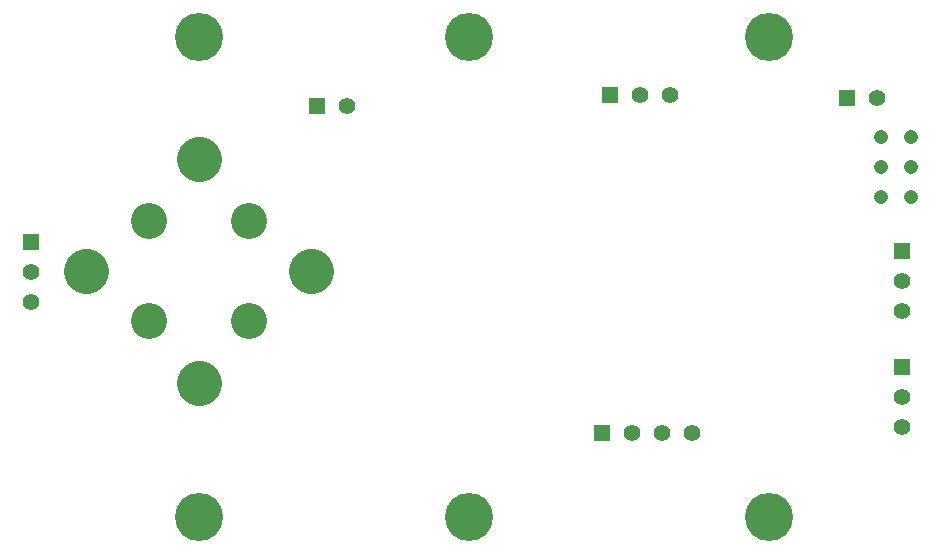
<source format=gbs>
G04 ( created by brdgerber.py ( brdgerber.py v0.1 2014-03-12 ) ) date 2021-04-17 02:52:41 EDT*
G04 Gerber Fmt 3.4, Leading zero omitted, Abs format*
%MOIN*%
%FSLAX34Y34*%
G01*
G70*
G90*
G04 APERTURE LIST*
%ADD23R,0.0760X0.2100*%
%ADD11R,0.0550X0.0550*%
%ADD20C,0.1500*%
%ADD25R,0.0600X0.0800*%
%ADD18R,0.0177X0.0787*%
%ADD10R,0.0866X0.0236*%
%ADD21R,0.0800X0.0600*%
%ADD24C,0.1200*%
%ADD19R,0.0787X0.0177*%
%ADD26C,0.1600*%
%ADD14R,0.0260X0.0800*%
%ADD13R,0.0629X0.0709*%
%ADD22C,0.0471*%
%ADD16R,0.0709X0.0629*%
%ADD15R,0.0472X0.0275*%
%ADD17R,0.0945X0.1575*%
%ADD12C,0.0550*%
G04 APERTURE END LIST*
G54D23*
D11*
X23600Y24950D03*
D12*
X24600Y24950D03*
D11*
X15450Y13800D03*
D12*
X16450Y13800D03*
D12*
X17450Y13800D03*
D12*
X18450Y13800D03*
D11*
X25450Y16000D03*
D12*
X25450Y15000D03*
D12*
X25450Y14000D03*
D11*
X15700Y25050D03*
D12*
X16700Y25050D03*
D12*
X17700Y25050D03*
D11*
X05950Y24700D03*
D12*
X06950Y24700D03*
D11*
X-03600Y20150D03*
D12*
X-03600Y19150D03*
D12*
X-03600Y18150D03*
D11*
X25450Y19850D03*
D12*
X25450Y18850D03*
D12*
X25450Y17850D03*
D20*
G01X05740Y19200D02*
G01X05740Y19200D01*
D20*
G01X02000Y22940D02*
G01X02000Y22940D01*
D20*
G01X-01740Y19200D02*
G01X-01740Y19200D01*
D20*
G01X02000Y15460D02*
G01X02000Y15460D01*
D22*
G01X24750Y23650D02*
G01X24750Y23650D01*
D22*
G01X25750Y23650D02*
G01X25750Y23650D01*
D22*
G01X24750Y22650D02*
G01X24750Y22650D01*
D22*
G01X25750Y22650D02*
G01X25750Y22650D01*
D22*
G01X24750Y21650D02*
G01X24750Y21650D01*
D22*
G01X25750Y21650D02*
G01X25750Y21650D01*
D24*
G01X00330Y17530D02*
G01X00330Y17530D01*
D24*
G01X03670Y17530D02*
G01X03670Y17530D01*
D24*
G01X03670Y20870D02*
G01X03670Y20870D01*
D24*
G01X00330Y20870D02*
G01X00330Y20870D01*
D26*
X02000Y11000D03*
D26*
X11000Y11000D03*
D26*
X02000Y27000D03*
D26*
X21000Y27000D03*
D26*
X11000Y27000D03*
D26*
X21000Y11000D03*
M02*

</source>
